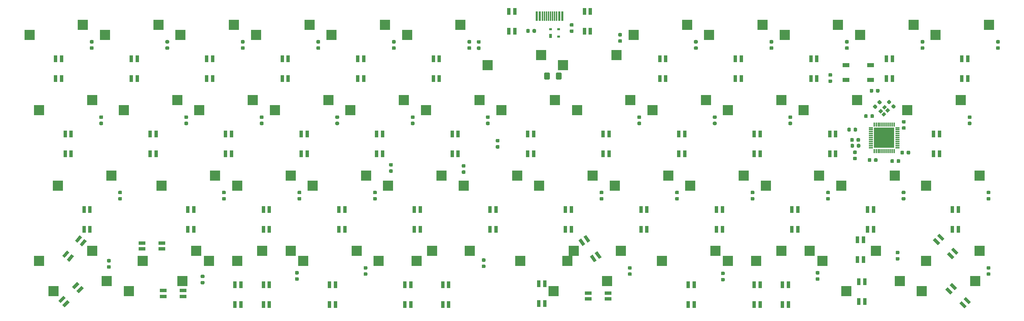
<source format=gbr>
G04 #@! TF.GenerationSoftware,KiCad,Pcbnew,(5.99.0-2043-g129c16cf7)*
G04 #@! TF.CreationDate,2020-07-05T22:33:02+02:00*
G04 #@! TF.ProjectId,CC45,43433435-2e6b-4696-9361-645f70636258,rev?*
G04 #@! TF.SameCoordinates,Original*
G04 #@! TF.FileFunction,Paste,Bot*
G04 #@! TF.FilePolarity,Positive*
%FSLAX46Y46*%
G04 Gerber Fmt 4.6, Leading zero omitted, Abs format (unit mm)*
G04 Created by KiCad (PCBNEW (5.99.0-2043-g129c16cf7)) date 2020-07-05 22:33:02*
%MOMM*%
%LPD*%
G01*
G04 APERTURE LIST*
%ADD10R,2.550000X2.500000*%
%ADD11R,1.800000X0.820000*%
%ADD12R,5.080000X5.080000*%
%ADD13R,1.000000X0.300000*%
%ADD14R,0.300000X1.000000*%
%ADD15R,0.820000X1.800000*%
%ADD16R,0.700000X0.600000*%
%ADD17R,0.700000X1.000000*%
%ADD18R,0.300000X2.450000*%
%ADD19R,0.600000X2.450000*%
%ADD20R,1.800000X1.100000*%
G04 APERTURE END LIST*
G36*
G01*
X41818750Y-32900000D02*
X41306250Y-32900000D01*
G75*
G02*
X41087500Y-32681250I0J218750D01*
G01*
X41087500Y-32243750D01*
G75*
G02*
X41306250Y-32025000I218750J0D01*
G01*
X41818750Y-32025000D01*
G75*
G02*
X42037500Y-32243750I0J-218750D01*
G01*
X42037500Y-32681250D01*
G75*
G02*
X41818750Y-32900000I-218750J0D01*
G01*
G37*
G36*
G01*
X41818750Y-34475000D02*
X41306250Y-34475000D01*
G75*
G02*
X41087500Y-34256250I0J218750D01*
G01*
X41087500Y-33818750D01*
G75*
G02*
X41306250Y-33600000I218750J0D01*
G01*
X41818750Y-33600000D01*
G75*
G02*
X42037500Y-33818750I0J-218750D01*
G01*
X42037500Y-34256250D01*
G75*
G02*
X41818750Y-34475000I-218750J0D01*
G01*
G37*
G36*
G01*
X60818750Y-32900000D02*
X60306250Y-32900000D01*
G75*
G02*
X60087500Y-32681250I0J218750D01*
G01*
X60087500Y-32243750D01*
G75*
G02*
X60306250Y-32025000I218750J0D01*
G01*
X60818750Y-32025000D01*
G75*
G02*
X61037500Y-32243750I0J-218750D01*
G01*
X61037500Y-32681250D01*
G75*
G02*
X60818750Y-32900000I-218750J0D01*
G01*
G37*
G36*
G01*
X60818750Y-34475000D02*
X60306250Y-34475000D01*
G75*
G02*
X60087500Y-34256250I0J218750D01*
G01*
X60087500Y-33818750D01*
G75*
G02*
X60306250Y-33600000I218750J0D01*
G01*
X60818750Y-33600000D01*
G75*
G02*
X61037500Y-33818750I0J-218750D01*
G01*
X61037500Y-34256250D01*
G75*
G02*
X60818750Y-34475000I-218750J0D01*
G01*
G37*
G36*
G01*
X79818750Y-32900000D02*
X79306250Y-32900000D01*
G75*
G02*
X79087500Y-32681250I0J218750D01*
G01*
X79087500Y-32243750D01*
G75*
G02*
X79306250Y-32025000I218750J0D01*
G01*
X79818750Y-32025000D01*
G75*
G02*
X80037500Y-32243750I0J-218750D01*
G01*
X80037500Y-32681250D01*
G75*
G02*
X79818750Y-32900000I-218750J0D01*
G01*
G37*
G36*
G01*
X79818750Y-34475000D02*
X79306250Y-34475000D01*
G75*
G02*
X79087500Y-34256250I0J218750D01*
G01*
X79087500Y-33818750D01*
G75*
G02*
X79306250Y-33600000I218750J0D01*
G01*
X79818750Y-33600000D01*
G75*
G02*
X80037500Y-33818750I0J-218750D01*
G01*
X80037500Y-34256250D01*
G75*
G02*
X79818750Y-34475000I-218750J0D01*
G01*
G37*
G36*
G01*
X98818750Y-32900000D02*
X98306250Y-32900000D01*
G75*
G02*
X98087500Y-32681250I0J218750D01*
G01*
X98087500Y-32243750D01*
G75*
G02*
X98306250Y-32025000I218750J0D01*
G01*
X98818750Y-32025000D01*
G75*
G02*
X99037500Y-32243750I0J-218750D01*
G01*
X99037500Y-32681250D01*
G75*
G02*
X98818750Y-32900000I-218750J0D01*
G01*
G37*
G36*
G01*
X98818750Y-34475000D02*
X98306250Y-34475000D01*
G75*
G02*
X98087500Y-34256250I0J218750D01*
G01*
X98087500Y-33818750D01*
G75*
G02*
X98306250Y-33600000I218750J0D01*
G01*
X98818750Y-33600000D01*
G75*
G02*
X99037500Y-33818750I0J-218750D01*
G01*
X99037500Y-34256250D01*
G75*
G02*
X98818750Y-34475000I-218750J0D01*
G01*
G37*
G36*
G01*
X117818750Y-32900000D02*
X117306250Y-32900000D01*
G75*
G02*
X117087500Y-32681250I0J218750D01*
G01*
X117087500Y-32243750D01*
G75*
G02*
X117306250Y-32025000I218750J0D01*
G01*
X117818750Y-32025000D01*
G75*
G02*
X118037500Y-32243750I0J-218750D01*
G01*
X118037500Y-32681250D01*
G75*
G02*
X117818750Y-32900000I-218750J0D01*
G01*
G37*
G36*
G01*
X117818750Y-34475000D02*
X117306250Y-34475000D01*
G75*
G02*
X117087500Y-34256250I0J218750D01*
G01*
X117087500Y-33818750D01*
G75*
G02*
X117306250Y-33600000I218750J0D01*
G01*
X117818750Y-33600000D01*
G75*
G02*
X118037500Y-33818750I0J-218750D01*
G01*
X118037500Y-34256250D01*
G75*
G02*
X117818750Y-34475000I-218750J0D01*
G01*
G37*
G36*
G01*
X136818750Y-32900000D02*
X136306250Y-32900000D01*
G75*
G02*
X136087500Y-32681250I0J218750D01*
G01*
X136087500Y-32243750D01*
G75*
G02*
X136306250Y-32025000I218750J0D01*
G01*
X136818750Y-32025000D01*
G75*
G02*
X137037500Y-32243750I0J-218750D01*
G01*
X137037500Y-32681250D01*
G75*
G02*
X136818750Y-32900000I-218750J0D01*
G01*
G37*
G36*
G01*
X136818750Y-34475000D02*
X136306250Y-34475000D01*
G75*
G02*
X136087500Y-34256250I0J218750D01*
G01*
X136087500Y-33818750D01*
G75*
G02*
X136306250Y-33600000I218750J0D01*
G01*
X136818750Y-33600000D01*
G75*
G02*
X137037500Y-33818750I0J-218750D01*
G01*
X137037500Y-34256250D01*
G75*
G02*
X136818750Y-34475000I-218750J0D01*
G01*
G37*
G36*
G01*
X139194250Y-32924000D02*
X138681750Y-32924000D01*
G75*
G02*
X138463000Y-32705250I0J218750D01*
G01*
X138463000Y-32267750D01*
G75*
G02*
X138681750Y-32049000I218750J0D01*
G01*
X139194250Y-32049000D01*
G75*
G02*
X139413000Y-32267750I0J-218750D01*
G01*
X139413000Y-32705250D01*
G75*
G02*
X139194250Y-32924000I-218750J0D01*
G01*
G37*
G36*
G01*
X139194250Y-34499000D02*
X138681750Y-34499000D01*
G75*
G02*
X138463000Y-34280250I0J218750D01*
G01*
X138463000Y-33842750D01*
G75*
G02*
X138681750Y-33624000I218750J0D01*
G01*
X139194250Y-33624000D01*
G75*
G02*
X139413000Y-33842750I0J-218750D01*
G01*
X139413000Y-34280250D01*
G75*
G02*
X139194250Y-34499000I-218750J0D01*
G01*
G37*
G36*
G01*
X174754250Y-31126000D02*
X174241750Y-31126000D01*
G75*
G02*
X174023000Y-30907250I0J218750D01*
G01*
X174023000Y-30469750D01*
G75*
G02*
X174241750Y-30251000I218750J0D01*
G01*
X174754250Y-30251000D01*
G75*
G02*
X174973000Y-30469750I0J-218750D01*
G01*
X174973000Y-30907250D01*
G75*
G02*
X174754250Y-31126000I-218750J0D01*
G01*
G37*
G36*
G01*
X174754250Y-32701000D02*
X174241750Y-32701000D01*
G75*
G02*
X174023000Y-32482250I0J218750D01*
G01*
X174023000Y-32044750D01*
G75*
G02*
X174241750Y-31826000I218750J0D01*
G01*
X174754250Y-31826000D01*
G75*
G02*
X174973000Y-32044750I0J-218750D01*
G01*
X174973000Y-32482250D01*
G75*
G02*
X174754250Y-32701000I-218750J0D01*
G01*
G37*
G36*
G01*
X193818750Y-32900000D02*
X193306250Y-32900000D01*
G75*
G02*
X193087500Y-32681250I0J218750D01*
G01*
X193087500Y-32243750D01*
G75*
G02*
X193306250Y-32025000I218750J0D01*
G01*
X193818750Y-32025000D01*
G75*
G02*
X194037500Y-32243750I0J-218750D01*
G01*
X194037500Y-32681250D01*
G75*
G02*
X193818750Y-32900000I-218750J0D01*
G01*
G37*
G36*
G01*
X193818750Y-34475000D02*
X193306250Y-34475000D01*
G75*
G02*
X193087500Y-34256250I0J218750D01*
G01*
X193087500Y-33818750D01*
G75*
G02*
X193306250Y-33600000I218750J0D01*
G01*
X193818750Y-33600000D01*
G75*
G02*
X194037500Y-33818750I0J-218750D01*
G01*
X194037500Y-34256250D01*
G75*
G02*
X193818750Y-34475000I-218750J0D01*
G01*
G37*
G36*
G01*
X212818750Y-32900000D02*
X212306250Y-32900000D01*
G75*
G02*
X212087500Y-32681250I0J218750D01*
G01*
X212087500Y-32243750D01*
G75*
G02*
X212306250Y-32025000I218750J0D01*
G01*
X212818750Y-32025000D01*
G75*
G02*
X213037500Y-32243750I0J-218750D01*
G01*
X213037500Y-32681250D01*
G75*
G02*
X212818750Y-32900000I-218750J0D01*
G01*
G37*
G36*
G01*
X212818750Y-34475000D02*
X212306250Y-34475000D01*
G75*
G02*
X212087500Y-34256250I0J218750D01*
G01*
X212087500Y-33818750D01*
G75*
G02*
X212306250Y-33600000I218750J0D01*
G01*
X212818750Y-33600000D01*
G75*
G02*
X213037500Y-33818750I0J-218750D01*
G01*
X213037500Y-34256250D01*
G75*
G02*
X212818750Y-34475000I-218750J0D01*
G01*
G37*
G36*
G01*
X231818750Y-32900000D02*
X231306250Y-32900000D01*
G75*
G02*
X231087500Y-32681250I0J218750D01*
G01*
X231087500Y-32243750D01*
G75*
G02*
X231306250Y-32025000I218750J0D01*
G01*
X231818750Y-32025000D01*
G75*
G02*
X232037500Y-32243750I0J-218750D01*
G01*
X232037500Y-32681250D01*
G75*
G02*
X231818750Y-32900000I-218750J0D01*
G01*
G37*
G36*
G01*
X231818750Y-34475000D02*
X231306250Y-34475000D01*
G75*
G02*
X231087500Y-34256250I0J218750D01*
G01*
X231087500Y-33818750D01*
G75*
G02*
X231306250Y-33600000I218750J0D01*
G01*
X231818750Y-33600000D01*
G75*
G02*
X232037500Y-33818750I0J-218750D01*
G01*
X232037500Y-34256250D01*
G75*
G02*
X231818750Y-34475000I-218750J0D01*
G01*
G37*
G36*
G01*
X250818750Y-32900000D02*
X250306250Y-32900000D01*
G75*
G02*
X250087500Y-32681250I0J218750D01*
G01*
X250087500Y-32243750D01*
G75*
G02*
X250306250Y-32025000I218750J0D01*
G01*
X250818750Y-32025000D01*
G75*
G02*
X251037500Y-32243750I0J-218750D01*
G01*
X251037500Y-32681250D01*
G75*
G02*
X250818750Y-32900000I-218750J0D01*
G01*
G37*
G36*
G01*
X250818750Y-34475000D02*
X250306250Y-34475000D01*
G75*
G02*
X250087500Y-34256250I0J218750D01*
G01*
X250087500Y-33818750D01*
G75*
G02*
X250306250Y-33600000I218750J0D01*
G01*
X250818750Y-33600000D01*
G75*
G02*
X251037500Y-33818750I0J-218750D01*
G01*
X251037500Y-34256250D01*
G75*
G02*
X250818750Y-34475000I-218750J0D01*
G01*
G37*
G36*
G01*
X269818750Y-32900000D02*
X269306250Y-32900000D01*
G75*
G02*
X269087500Y-32681250I0J218750D01*
G01*
X269087500Y-32243750D01*
G75*
G02*
X269306250Y-32025000I218750J0D01*
G01*
X269818750Y-32025000D01*
G75*
G02*
X270037500Y-32243750I0J-218750D01*
G01*
X270037500Y-32681250D01*
G75*
G02*
X269818750Y-32900000I-218750J0D01*
G01*
G37*
G36*
G01*
X269818750Y-34475000D02*
X269306250Y-34475000D01*
G75*
G02*
X269087500Y-34256250I0J218750D01*
G01*
X269087500Y-33818750D01*
G75*
G02*
X269306250Y-33600000I218750J0D01*
G01*
X269818750Y-33600000D01*
G75*
G02*
X270037500Y-33818750I0J-218750D01*
G01*
X270037500Y-34256250D01*
G75*
G02*
X269818750Y-34475000I-218750J0D01*
G01*
G37*
G36*
G01*
X44193750Y-51900000D02*
X43681250Y-51900000D01*
G75*
G02*
X43462500Y-51681250I0J218750D01*
G01*
X43462500Y-51243750D01*
G75*
G02*
X43681250Y-51025000I218750J0D01*
G01*
X44193750Y-51025000D01*
G75*
G02*
X44412500Y-51243750I0J-218750D01*
G01*
X44412500Y-51681250D01*
G75*
G02*
X44193750Y-51900000I-218750J0D01*
G01*
G37*
G36*
G01*
X44193750Y-53475000D02*
X43681250Y-53475000D01*
G75*
G02*
X43462500Y-53256250I0J218750D01*
G01*
X43462500Y-52818750D01*
G75*
G02*
X43681250Y-52600000I218750J0D01*
G01*
X44193750Y-52600000D01*
G75*
G02*
X44412500Y-52818750I0J-218750D01*
G01*
X44412500Y-53256250D01*
G75*
G02*
X44193750Y-53475000I-218750J0D01*
G01*
G37*
G36*
G01*
X65568750Y-51900000D02*
X65056250Y-51900000D01*
G75*
G02*
X64837500Y-51681250I0J218750D01*
G01*
X64837500Y-51243750D01*
G75*
G02*
X65056250Y-51025000I218750J0D01*
G01*
X65568750Y-51025000D01*
G75*
G02*
X65787500Y-51243750I0J-218750D01*
G01*
X65787500Y-51681250D01*
G75*
G02*
X65568750Y-51900000I-218750J0D01*
G01*
G37*
G36*
G01*
X65568750Y-53475000D02*
X65056250Y-53475000D01*
G75*
G02*
X64837500Y-53256250I0J218750D01*
G01*
X64837500Y-52818750D01*
G75*
G02*
X65056250Y-52600000I218750J0D01*
G01*
X65568750Y-52600000D01*
G75*
G02*
X65787500Y-52818750I0J-218750D01*
G01*
X65787500Y-53256250D01*
G75*
G02*
X65568750Y-53475000I-218750J0D01*
G01*
G37*
G36*
G01*
X84568750Y-51900000D02*
X84056250Y-51900000D01*
G75*
G02*
X83837500Y-51681250I0J218750D01*
G01*
X83837500Y-51243750D01*
G75*
G02*
X84056250Y-51025000I218750J0D01*
G01*
X84568750Y-51025000D01*
G75*
G02*
X84787500Y-51243750I0J-218750D01*
G01*
X84787500Y-51681250D01*
G75*
G02*
X84568750Y-51900000I-218750J0D01*
G01*
G37*
G36*
G01*
X84568750Y-53475000D02*
X84056250Y-53475000D01*
G75*
G02*
X83837500Y-53256250I0J218750D01*
G01*
X83837500Y-52818750D01*
G75*
G02*
X84056250Y-52600000I218750J0D01*
G01*
X84568750Y-52600000D01*
G75*
G02*
X84787500Y-52818750I0J-218750D01*
G01*
X84787500Y-53256250D01*
G75*
G02*
X84568750Y-53475000I-218750J0D01*
G01*
G37*
G36*
G01*
X103568750Y-51900000D02*
X103056250Y-51900000D01*
G75*
G02*
X102837500Y-51681250I0J218750D01*
G01*
X102837500Y-51243750D01*
G75*
G02*
X103056250Y-51025000I218750J0D01*
G01*
X103568750Y-51025000D01*
G75*
G02*
X103787500Y-51243750I0J-218750D01*
G01*
X103787500Y-51681250D01*
G75*
G02*
X103568750Y-51900000I-218750J0D01*
G01*
G37*
G36*
G01*
X103568750Y-53475000D02*
X103056250Y-53475000D01*
G75*
G02*
X102837500Y-53256250I0J218750D01*
G01*
X102837500Y-52818750D01*
G75*
G02*
X103056250Y-52600000I218750J0D01*
G01*
X103568750Y-52600000D01*
G75*
G02*
X103787500Y-52818750I0J-218750D01*
G01*
X103787500Y-53256250D01*
G75*
G02*
X103568750Y-53475000I-218750J0D01*
G01*
G37*
G36*
G01*
X122568750Y-51900000D02*
X122056250Y-51900000D01*
G75*
G02*
X121837500Y-51681250I0J218750D01*
G01*
X121837500Y-51243750D01*
G75*
G02*
X122056250Y-51025000I218750J0D01*
G01*
X122568750Y-51025000D01*
G75*
G02*
X122787500Y-51243750I0J-218750D01*
G01*
X122787500Y-51681250D01*
G75*
G02*
X122568750Y-51900000I-218750J0D01*
G01*
G37*
G36*
G01*
X122568750Y-53475000D02*
X122056250Y-53475000D01*
G75*
G02*
X121837500Y-53256250I0J218750D01*
G01*
X121837500Y-52818750D01*
G75*
G02*
X122056250Y-52600000I218750J0D01*
G01*
X122568750Y-52600000D01*
G75*
G02*
X122787500Y-52818750I0J-218750D01*
G01*
X122787500Y-53256250D01*
G75*
G02*
X122568750Y-53475000I-218750J0D01*
G01*
G37*
G36*
G01*
X141480250Y-51900000D02*
X140967750Y-51900000D01*
G75*
G02*
X140749000Y-51681250I0J218750D01*
G01*
X140749000Y-51243750D01*
G75*
G02*
X140967750Y-51025000I218750J0D01*
G01*
X141480250Y-51025000D01*
G75*
G02*
X141699000Y-51243750I0J-218750D01*
G01*
X141699000Y-51681250D01*
G75*
G02*
X141480250Y-51900000I-218750J0D01*
G01*
G37*
G36*
G01*
X141480250Y-53475000D02*
X140967750Y-53475000D01*
G75*
G02*
X140749000Y-53256250I0J218750D01*
G01*
X140749000Y-52818750D01*
G75*
G02*
X140967750Y-52600000I218750J0D01*
G01*
X141480250Y-52600000D01*
G75*
G02*
X141699000Y-52818750I0J-218750D01*
G01*
X141699000Y-53256250D01*
G75*
G02*
X141480250Y-53475000I-218750J0D01*
G01*
G37*
G36*
G01*
X143943750Y-57816000D02*
X143431250Y-57816000D01*
G75*
G02*
X143212500Y-57597250I0J218750D01*
G01*
X143212500Y-57159750D01*
G75*
G02*
X143431250Y-56941000I218750J0D01*
G01*
X143943750Y-56941000D01*
G75*
G02*
X144162500Y-57159750I0J-218750D01*
G01*
X144162500Y-57597250D01*
G75*
G02*
X143943750Y-57816000I-218750J0D01*
G01*
G37*
G36*
G01*
X143943750Y-59391000D02*
X143431250Y-59391000D01*
G75*
G02*
X143212500Y-59172250I0J218750D01*
G01*
X143212500Y-58734750D01*
G75*
G02*
X143431250Y-58516000I218750J0D01*
G01*
X143943750Y-58516000D01*
G75*
G02*
X144162500Y-58734750I0J-218750D01*
G01*
X144162500Y-59172250D01*
G75*
G02*
X143943750Y-59391000I-218750J0D01*
G01*
G37*
G36*
G01*
X179568750Y-51900000D02*
X179056250Y-51900000D01*
G75*
G02*
X178837500Y-51681250I0J218750D01*
G01*
X178837500Y-51243750D01*
G75*
G02*
X179056250Y-51025000I218750J0D01*
G01*
X179568750Y-51025000D01*
G75*
G02*
X179787500Y-51243750I0J-218750D01*
G01*
X179787500Y-51681250D01*
G75*
G02*
X179568750Y-51900000I-218750J0D01*
G01*
G37*
G36*
G01*
X179568750Y-53475000D02*
X179056250Y-53475000D01*
G75*
G02*
X178837500Y-53256250I0J218750D01*
G01*
X178837500Y-52818750D01*
G75*
G02*
X179056250Y-52600000I218750J0D01*
G01*
X179568750Y-52600000D01*
G75*
G02*
X179787500Y-52818750I0J-218750D01*
G01*
X179787500Y-53256250D01*
G75*
G02*
X179568750Y-53475000I-218750J0D01*
G01*
G37*
G36*
G01*
X198568750Y-51900000D02*
X198056250Y-51900000D01*
G75*
G02*
X197837500Y-51681250I0J218750D01*
G01*
X197837500Y-51243750D01*
G75*
G02*
X198056250Y-51025000I218750J0D01*
G01*
X198568750Y-51025000D01*
G75*
G02*
X198787500Y-51243750I0J-218750D01*
G01*
X198787500Y-51681250D01*
G75*
G02*
X198568750Y-51900000I-218750J0D01*
G01*
G37*
G36*
G01*
X198568750Y-53475000D02*
X198056250Y-53475000D01*
G75*
G02*
X197837500Y-53256250I0J218750D01*
G01*
X197837500Y-52818750D01*
G75*
G02*
X198056250Y-52600000I218750J0D01*
G01*
X198568750Y-52600000D01*
G75*
G02*
X198787500Y-52818750I0J-218750D01*
G01*
X198787500Y-53256250D01*
G75*
G02*
X198568750Y-53475000I-218750J0D01*
G01*
G37*
G36*
G01*
X217568750Y-51900000D02*
X217056250Y-51900000D01*
G75*
G02*
X216837500Y-51681250I0J218750D01*
G01*
X216837500Y-51243750D01*
G75*
G02*
X217056250Y-51025000I218750J0D01*
G01*
X217568750Y-51025000D01*
G75*
G02*
X217787500Y-51243750I0J-218750D01*
G01*
X217787500Y-51681250D01*
G75*
G02*
X217568750Y-51900000I-218750J0D01*
G01*
G37*
G36*
G01*
X217568750Y-53475000D02*
X217056250Y-53475000D01*
G75*
G02*
X216837500Y-53256250I0J218750D01*
G01*
X216837500Y-52818750D01*
G75*
G02*
X217056250Y-52600000I218750J0D01*
G01*
X217568750Y-52600000D01*
G75*
G02*
X217787500Y-52818750I0J-218750D01*
G01*
X217787500Y-53256250D01*
G75*
G02*
X217568750Y-53475000I-218750J0D01*
G01*
G37*
G36*
G01*
X227637050Y-41255200D02*
X227124550Y-41255200D01*
G75*
G02*
X226905800Y-41036450I0J218750D01*
G01*
X226905800Y-40598950D01*
G75*
G02*
X227124550Y-40380200I218750J0D01*
G01*
X227637050Y-40380200D01*
G75*
G02*
X227855800Y-40598950I0J-218750D01*
G01*
X227855800Y-41036450D01*
G75*
G02*
X227637050Y-41255200I-218750J0D01*
G01*
G37*
G36*
G01*
X227637050Y-42830200D02*
X227124550Y-42830200D01*
G75*
G02*
X226905800Y-42611450I0J218750D01*
G01*
X226905800Y-42173950D01*
G75*
G02*
X227124550Y-41955200I218750J0D01*
G01*
X227637050Y-41955200D01*
G75*
G02*
X227855800Y-42173950I0J-218750D01*
G01*
X227855800Y-42611450D01*
G75*
G02*
X227637050Y-42830200I-218750J0D01*
G01*
G37*
G36*
G01*
X262693750Y-51900000D02*
X262181250Y-51900000D01*
G75*
G02*
X261962500Y-51681250I0J218750D01*
G01*
X261962500Y-51243750D01*
G75*
G02*
X262181250Y-51025000I218750J0D01*
G01*
X262693750Y-51025000D01*
G75*
G02*
X262912500Y-51243750I0J-218750D01*
G01*
X262912500Y-51681250D01*
G75*
G02*
X262693750Y-51900000I-218750J0D01*
G01*
G37*
G36*
G01*
X262693750Y-53475000D02*
X262181250Y-53475000D01*
G75*
G02*
X261962500Y-53256250I0J218750D01*
G01*
X261962500Y-52818750D01*
G75*
G02*
X262181250Y-52600000I218750J0D01*
G01*
X262693750Y-52600000D01*
G75*
G02*
X262912500Y-52818750I0J-218750D01*
G01*
X262912500Y-53256250D01*
G75*
G02*
X262693750Y-53475000I-218750J0D01*
G01*
G37*
G36*
G01*
X48943750Y-70900000D02*
X48431250Y-70900000D01*
G75*
G02*
X48212500Y-70681250I0J218750D01*
G01*
X48212500Y-70243750D01*
G75*
G02*
X48431250Y-70025000I218750J0D01*
G01*
X48943750Y-70025000D01*
G75*
G02*
X49162500Y-70243750I0J-218750D01*
G01*
X49162500Y-70681250D01*
G75*
G02*
X48943750Y-70900000I-218750J0D01*
G01*
G37*
G36*
G01*
X48943750Y-72475000D02*
X48431250Y-72475000D01*
G75*
G02*
X48212500Y-72256250I0J218750D01*
G01*
X48212500Y-71818750D01*
G75*
G02*
X48431250Y-71600000I218750J0D01*
G01*
X48943750Y-71600000D01*
G75*
G02*
X49162500Y-71818750I0J-218750D01*
G01*
X49162500Y-72256250D01*
G75*
G02*
X48943750Y-72475000I-218750J0D01*
G01*
G37*
G36*
G01*
X75068750Y-70900000D02*
X74556250Y-70900000D01*
G75*
G02*
X74337500Y-70681250I0J218750D01*
G01*
X74337500Y-70243750D01*
G75*
G02*
X74556250Y-70025000I218750J0D01*
G01*
X75068750Y-70025000D01*
G75*
G02*
X75287500Y-70243750I0J-218750D01*
G01*
X75287500Y-70681250D01*
G75*
G02*
X75068750Y-70900000I-218750J0D01*
G01*
G37*
G36*
G01*
X75068750Y-72475000D02*
X74556250Y-72475000D01*
G75*
G02*
X74337500Y-72256250I0J218750D01*
G01*
X74337500Y-71818750D01*
G75*
G02*
X74556250Y-71600000I218750J0D01*
G01*
X75068750Y-71600000D01*
G75*
G02*
X75287500Y-71818750I0J-218750D01*
G01*
X75287500Y-72256250D01*
G75*
G02*
X75068750Y-72475000I-218750J0D01*
G01*
G37*
G36*
G01*
X94068750Y-70900000D02*
X93556250Y-70900000D01*
G75*
G02*
X93337500Y-70681250I0J218750D01*
G01*
X93337500Y-70243750D01*
G75*
G02*
X93556250Y-70025000I218750J0D01*
G01*
X94068750Y-70025000D01*
G75*
G02*
X94287500Y-70243750I0J-218750D01*
G01*
X94287500Y-70681250D01*
G75*
G02*
X94068750Y-70900000I-218750J0D01*
G01*
G37*
G36*
G01*
X94068750Y-72475000D02*
X93556250Y-72475000D01*
G75*
G02*
X93337500Y-72256250I0J218750D01*
G01*
X93337500Y-71818750D01*
G75*
G02*
X93556250Y-71600000I218750J0D01*
G01*
X94068750Y-71600000D01*
G75*
G02*
X94287500Y-71818750I0J-218750D01*
G01*
X94287500Y-72256250D01*
G75*
G02*
X94068750Y-72475000I-218750J0D01*
G01*
G37*
G36*
G01*
X113068750Y-70900000D02*
X112556250Y-70900000D01*
G75*
G02*
X112337500Y-70681250I0J218750D01*
G01*
X112337500Y-70243750D01*
G75*
G02*
X112556250Y-70025000I218750J0D01*
G01*
X113068750Y-70025000D01*
G75*
G02*
X113287500Y-70243750I0J-218750D01*
G01*
X113287500Y-70681250D01*
G75*
G02*
X113068750Y-70900000I-218750J0D01*
G01*
G37*
G36*
G01*
X113068750Y-72475000D02*
X112556250Y-72475000D01*
G75*
G02*
X112337500Y-72256250I0J218750D01*
G01*
X112337500Y-71818750D01*
G75*
G02*
X112556250Y-71600000I218750J0D01*
G01*
X113068750Y-71600000D01*
G75*
G02*
X113287500Y-71818750I0J-218750D01*
G01*
X113287500Y-72256250D01*
G75*
G02*
X113068750Y-72475000I-218750J0D01*
G01*
G37*
G36*
G01*
X116583750Y-64612000D02*
X117096250Y-64612000D01*
G75*
G02*
X117315000Y-64830750I0J-218750D01*
G01*
X117315000Y-65268250D01*
G75*
G02*
X117096250Y-65487000I-218750J0D01*
G01*
X116583750Y-65487000D01*
G75*
G02*
X116365000Y-65268250I0J218750D01*
G01*
X116365000Y-64830750D01*
G75*
G02*
X116583750Y-64612000I218750J0D01*
G01*
G37*
G36*
G01*
X116583750Y-63037000D02*
X117096250Y-63037000D01*
G75*
G02*
X117315000Y-63255750I0J-218750D01*
G01*
X117315000Y-63693250D01*
G75*
G02*
X117096250Y-63912000I-218750J0D01*
G01*
X116583750Y-63912000D01*
G75*
G02*
X116365000Y-63693250I0J218750D01*
G01*
X116365000Y-63255750D01*
G75*
G02*
X116583750Y-63037000I218750J0D01*
G01*
G37*
G36*
G01*
X134871750Y-64886000D02*
X135384250Y-64886000D01*
G75*
G02*
X135603000Y-65104750I0J-218750D01*
G01*
X135603000Y-65542250D01*
G75*
G02*
X135384250Y-65761000I-218750J0D01*
G01*
X134871750Y-65761000D01*
G75*
G02*
X134653000Y-65542250I0J218750D01*
G01*
X134653000Y-65104750D01*
G75*
G02*
X134871750Y-64886000I218750J0D01*
G01*
G37*
G36*
G01*
X134871750Y-63311000D02*
X135384250Y-63311000D01*
G75*
G02*
X135603000Y-63529750I0J-218750D01*
G01*
X135603000Y-63967250D01*
G75*
G02*
X135384250Y-64186000I-218750J0D01*
G01*
X134871750Y-64186000D01*
G75*
G02*
X134653000Y-63967250I0J218750D01*
G01*
X134653000Y-63529750D01*
G75*
G02*
X134871750Y-63311000I218750J0D01*
G01*
G37*
G36*
G01*
X170068750Y-70900000D02*
X169556250Y-70900000D01*
G75*
G02*
X169337500Y-70681250I0J218750D01*
G01*
X169337500Y-70243750D01*
G75*
G02*
X169556250Y-70025000I218750J0D01*
G01*
X170068750Y-70025000D01*
G75*
G02*
X170287500Y-70243750I0J-218750D01*
G01*
X170287500Y-70681250D01*
G75*
G02*
X170068750Y-70900000I-218750J0D01*
G01*
G37*
G36*
G01*
X170068750Y-72475000D02*
X169556250Y-72475000D01*
G75*
G02*
X169337500Y-72256250I0J218750D01*
G01*
X169337500Y-71818750D01*
G75*
G02*
X169556250Y-71600000I218750J0D01*
G01*
X170068750Y-71600000D01*
G75*
G02*
X170287500Y-71818750I0J-218750D01*
G01*
X170287500Y-72256250D01*
G75*
G02*
X170068750Y-72475000I-218750J0D01*
G01*
G37*
G36*
G01*
X189068750Y-70900000D02*
X188556250Y-70900000D01*
G75*
G02*
X188337500Y-70681250I0J218750D01*
G01*
X188337500Y-70243750D01*
G75*
G02*
X188556250Y-70025000I218750J0D01*
G01*
X189068750Y-70025000D01*
G75*
G02*
X189287500Y-70243750I0J-218750D01*
G01*
X189287500Y-70681250D01*
G75*
G02*
X189068750Y-70900000I-218750J0D01*
G01*
G37*
G36*
G01*
X189068750Y-72475000D02*
X188556250Y-72475000D01*
G75*
G02*
X188337500Y-72256250I0J218750D01*
G01*
X188337500Y-71818750D01*
G75*
G02*
X188556250Y-71600000I218750J0D01*
G01*
X189068750Y-71600000D01*
G75*
G02*
X189287500Y-71818750I0J-218750D01*
G01*
X189287500Y-72256250D01*
G75*
G02*
X189068750Y-72475000I-218750J0D01*
G01*
G37*
G36*
G01*
X208068750Y-70900000D02*
X207556250Y-70900000D01*
G75*
G02*
X207337500Y-70681250I0J218750D01*
G01*
X207337500Y-70243750D01*
G75*
G02*
X207556250Y-70025000I218750J0D01*
G01*
X208068750Y-70025000D01*
G75*
G02*
X208287500Y-70243750I0J-218750D01*
G01*
X208287500Y-70681250D01*
G75*
G02*
X208068750Y-70900000I-218750J0D01*
G01*
G37*
G36*
G01*
X208068750Y-72475000D02*
X207556250Y-72475000D01*
G75*
G02*
X207337500Y-72256250I0J218750D01*
G01*
X207337500Y-71818750D01*
G75*
G02*
X207556250Y-71600000I218750J0D01*
G01*
X208068750Y-71600000D01*
G75*
G02*
X208287500Y-71818750I0J-218750D01*
G01*
X208287500Y-72256250D01*
G75*
G02*
X208068750Y-72475000I-218750J0D01*
G01*
G37*
G36*
G01*
X227068750Y-70900000D02*
X226556250Y-70900000D01*
G75*
G02*
X226337500Y-70681250I0J218750D01*
G01*
X226337500Y-70243750D01*
G75*
G02*
X226556250Y-70025000I218750J0D01*
G01*
X227068750Y-70025000D01*
G75*
G02*
X227287500Y-70243750I0J-218750D01*
G01*
X227287500Y-70681250D01*
G75*
G02*
X227068750Y-70900000I-218750J0D01*
G01*
G37*
G36*
G01*
X227068750Y-72475000D02*
X226556250Y-72475000D01*
G75*
G02*
X226337500Y-72256250I0J218750D01*
G01*
X226337500Y-71818750D01*
G75*
G02*
X226556250Y-71600000I218750J0D01*
G01*
X227068750Y-71600000D01*
G75*
G02*
X227287500Y-71818750I0J-218750D01*
G01*
X227287500Y-72256250D01*
G75*
G02*
X227068750Y-72475000I-218750J0D01*
G01*
G37*
G36*
G01*
X246068750Y-70900000D02*
X245556250Y-70900000D01*
G75*
G02*
X245337500Y-70681250I0J218750D01*
G01*
X245337500Y-70243750D01*
G75*
G02*
X245556250Y-70025000I218750J0D01*
G01*
X246068750Y-70025000D01*
G75*
G02*
X246287500Y-70243750I0J-218750D01*
G01*
X246287500Y-70681250D01*
G75*
G02*
X246068750Y-70900000I-218750J0D01*
G01*
G37*
G36*
G01*
X246068750Y-72475000D02*
X245556250Y-72475000D01*
G75*
G02*
X245337500Y-72256250I0J218750D01*
G01*
X245337500Y-71818750D01*
G75*
G02*
X245556250Y-71600000I218750J0D01*
G01*
X246068750Y-71600000D01*
G75*
G02*
X246287500Y-71818750I0J-218750D01*
G01*
X246287500Y-72256250D01*
G75*
G02*
X246068750Y-72475000I-218750J0D01*
G01*
G37*
G36*
G01*
X267443750Y-70900000D02*
X266931250Y-70900000D01*
G75*
G02*
X266712500Y-70681250I0J218750D01*
G01*
X266712500Y-70243750D01*
G75*
G02*
X266931250Y-70025000I218750J0D01*
G01*
X267443750Y-70025000D01*
G75*
G02*
X267662500Y-70243750I0J-218750D01*
G01*
X267662500Y-70681250D01*
G75*
G02*
X267443750Y-70900000I-218750J0D01*
G01*
G37*
G36*
G01*
X267443750Y-72475000D02*
X266931250Y-72475000D01*
G75*
G02*
X266712500Y-72256250I0J218750D01*
G01*
X266712500Y-71818750D01*
G75*
G02*
X266931250Y-71600000I218750J0D01*
G01*
X267443750Y-71600000D01*
G75*
G02*
X267662500Y-71818750I0J-218750D01*
G01*
X267662500Y-72256250D01*
G75*
G02*
X267443750Y-72475000I-218750J0D01*
G01*
G37*
G36*
G01*
X46128650Y-88092800D02*
X45616150Y-88092800D01*
G75*
G02*
X45397400Y-87874050I0J218750D01*
G01*
X45397400Y-87436550D01*
G75*
G02*
X45616150Y-87217800I218750J0D01*
G01*
X46128650Y-87217800D01*
G75*
G02*
X46347400Y-87436550I0J-218750D01*
G01*
X46347400Y-87874050D01*
G75*
G02*
X46128650Y-88092800I-218750J0D01*
G01*
G37*
G36*
G01*
X46128650Y-89667800D02*
X45616150Y-89667800D01*
G75*
G02*
X45397400Y-89449050I0J218750D01*
G01*
X45397400Y-89011550D01*
G75*
G02*
X45616150Y-88792800I218750J0D01*
G01*
X46128650Y-88792800D01*
G75*
G02*
X46347400Y-89011550I0J-218750D01*
G01*
X46347400Y-89449050D01*
G75*
G02*
X46128650Y-89667800I-218750J0D01*
G01*
G37*
G36*
G01*
X69699850Y-92055200D02*
X69187350Y-92055200D01*
G75*
G02*
X68968600Y-91836450I0J218750D01*
G01*
X68968600Y-91398950D01*
G75*
G02*
X69187350Y-91180200I218750J0D01*
G01*
X69699850Y-91180200D01*
G75*
G02*
X69918600Y-91398950I0J-218750D01*
G01*
X69918600Y-91836450D01*
G75*
G02*
X69699850Y-92055200I-218750J0D01*
G01*
G37*
G36*
G01*
X69699850Y-93630200D02*
X69187350Y-93630200D01*
G75*
G02*
X68968600Y-93411450I0J218750D01*
G01*
X68968600Y-92973950D01*
G75*
G02*
X69187350Y-92755200I218750J0D01*
G01*
X69699850Y-92755200D01*
G75*
G02*
X69918600Y-92973950I0J-218750D01*
G01*
X69918600Y-93411450D01*
G75*
G02*
X69699850Y-93630200I-218750J0D01*
G01*
G37*
G36*
G01*
X93423450Y-91140800D02*
X92910950Y-91140800D01*
G75*
G02*
X92692200Y-90922050I0J218750D01*
G01*
X92692200Y-90484550D01*
G75*
G02*
X92910950Y-90265800I218750J0D01*
G01*
X93423450Y-90265800D01*
G75*
G02*
X93642200Y-90484550I0J-218750D01*
G01*
X93642200Y-90922050D01*
G75*
G02*
X93423450Y-91140800I-218750J0D01*
G01*
G37*
G36*
G01*
X93423450Y-92715800D02*
X92910950Y-92715800D01*
G75*
G02*
X92692200Y-92497050I0J218750D01*
G01*
X92692200Y-92059550D01*
G75*
G02*
X92910950Y-91840800I218750J0D01*
G01*
X93423450Y-91840800D01*
G75*
G02*
X93642200Y-92059550I0J-218750D01*
G01*
X93642200Y-92497050D01*
G75*
G02*
X93423450Y-92715800I-218750J0D01*
G01*
G37*
G36*
G01*
X110693750Y-89900000D02*
X110181250Y-89900000D01*
G75*
G02*
X109962500Y-89681250I0J218750D01*
G01*
X109962500Y-89243750D01*
G75*
G02*
X110181250Y-89025000I218750J0D01*
G01*
X110693750Y-89025000D01*
G75*
G02*
X110912500Y-89243750I0J-218750D01*
G01*
X110912500Y-89681250D01*
G75*
G02*
X110693750Y-89900000I-218750J0D01*
G01*
G37*
G36*
G01*
X110693750Y-91475000D02*
X110181250Y-91475000D01*
G75*
G02*
X109962500Y-91256250I0J218750D01*
G01*
X109962500Y-90818750D01*
G75*
G02*
X110181250Y-90600000I218750J0D01*
G01*
X110693750Y-90600000D01*
G75*
G02*
X110912500Y-90818750I0J-218750D01*
G01*
X110912500Y-91256250D01*
G75*
G02*
X110693750Y-91475000I-218750J0D01*
G01*
G37*
G36*
G01*
X140413450Y-87940400D02*
X139900950Y-87940400D01*
G75*
G02*
X139682200Y-87721650I0J218750D01*
G01*
X139682200Y-87284150D01*
G75*
G02*
X139900950Y-87065400I218750J0D01*
G01*
X140413450Y-87065400D01*
G75*
G02*
X140632200Y-87284150I0J-218750D01*
G01*
X140632200Y-87721650D01*
G75*
G02*
X140413450Y-87940400I-218750J0D01*
G01*
G37*
G36*
G01*
X140413450Y-89515400D02*
X139900950Y-89515400D01*
G75*
G02*
X139682200Y-89296650I0J218750D01*
G01*
X139682200Y-88859150D01*
G75*
G02*
X139900950Y-88640400I218750J0D01*
G01*
X140413450Y-88640400D01*
G75*
G02*
X140632200Y-88859150I0J-218750D01*
G01*
X140632200Y-89296650D01*
G75*
G02*
X140413450Y-89515400I-218750J0D01*
G01*
G37*
G36*
G01*
X177193750Y-89900000D02*
X176681250Y-89900000D01*
G75*
G02*
X176462500Y-89681250I0J218750D01*
G01*
X176462500Y-89243750D01*
G75*
G02*
X176681250Y-89025000I218750J0D01*
G01*
X177193750Y-89025000D01*
G75*
G02*
X177412500Y-89243750I0J-218750D01*
G01*
X177412500Y-89681250D01*
G75*
G02*
X177193750Y-89900000I-218750J0D01*
G01*
G37*
G36*
G01*
X177193750Y-91475000D02*
X176681250Y-91475000D01*
G75*
G02*
X176462500Y-91256250I0J218750D01*
G01*
X176462500Y-90818750D01*
G75*
G02*
X176681250Y-90600000I218750J0D01*
G01*
X177193750Y-90600000D01*
G75*
G02*
X177412500Y-90818750I0J-218750D01*
G01*
X177412500Y-91256250D01*
G75*
G02*
X177193750Y-91475000I-218750J0D01*
G01*
G37*
G36*
G01*
X200611936Y-91299997D02*
X200099436Y-91299997D01*
G75*
G02*
X199880686Y-91081247I0J218750D01*
G01*
X199880686Y-90643747D01*
G75*
G02*
X200099436Y-90424997I218750J0D01*
G01*
X200611936Y-90424997D01*
G75*
G02*
X200830686Y-90643747I0J-218750D01*
G01*
X200830686Y-91081247D01*
G75*
G02*
X200611936Y-91299997I-218750J0D01*
G01*
G37*
G36*
G01*
X200611936Y-92874997D02*
X200099436Y-92874997D01*
G75*
G02*
X199880686Y-92656247I0J218750D01*
G01*
X199880686Y-92218747D01*
G75*
G02*
X200099436Y-91999997I218750J0D01*
G01*
X200611936Y-91999997D01*
G75*
G02*
X200830686Y-92218747I0J-218750D01*
G01*
X200830686Y-92656247D01*
G75*
G02*
X200611936Y-92874997I-218750J0D01*
G01*
G37*
G36*
G01*
X224436650Y-91140800D02*
X223924150Y-91140800D01*
G75*
G02*
X223705400Y-90922050I0J218750D01*
G01*
X223705400Y-90484550D01*
G75*
G02*
X223924150Y-90265800I218750J0D01*
G01*
X224436650Y-90265800D01*
G75*
G02*
X224655400Y-90484550I0J-218750D01*
G01*
X224655400Y-90922050D01*
G75*
G02*
X224436650Y-91140800I-218750J0D01*
G01*
G37*
G36*
G01*
X224436650Y-92715800D02*
X223924150Y-92715800D01*
G75*
G02*
X223705400Y-92497050I0J218750D01*
G01*
X223705400Y-92059550D01*
G75*
G02*
X223924150Y-91840800I218750J0D01*
G01*
X224436650Y-91840800D01*
G75*
G02*
X224655400Y-92059550I0J-218750D01*
G01*
X224655400Y-92497050D01*
G75*
G02*
X224436650Y-92715800I-218750J0D01*
G01*
G37*
G36*
G01*
X244553450Y-87610500D02*
X244040950Y-87610500D01*
G75*
G02*
X243822200Y-87391750I0J218750D01*
G01*
X243822200Y-86954250D01*
G75*
G02*
X244040950Y-86735500I218750J0D01*
G01*
X244553450Y-86735500D01*
G75*
G02*
X244772200Y-86954250I0J-218750D01*
G01*
X244772200Y-87391750D01*
G75*
G02*
X244553450Y-87610500I-218750J0D01*
G01*
G37*
G36*
G01*
X244553450Y-86035500D02*
X244040950Y-86035500D01*
G75*
G02*
X243822200Y-85816750I0J218750D01*
G01*
X243822200Y-85379250D01*
G75*
G02*
X244040950Y-85160500I218750J0D01*
G01*
X244553450Y-85160500D01*
G75*
G02*
X244772200Y-85379250I0J-218750D01*
G01*
X244772200Y-85816750D01*
G75*
G02*
X244553450Y-86035500I-218750J0D01*
G01*
G37*
G36*
G01*
X267443750Y-89900000D02*
X266931250Y-89900000D01*
G75*
G02*
X266712500Y-89681250I0J218750D01*
G01*
X266712500Y-89243750D01*
G75*
G02*
X266931250Y-89025000I218750J0D01*
G01*
X267443750Y-89025000D01*
G75*
G02*
X267662500Y-89243750I0J-218750D01*
G01*
X267662500Y-89681250D01*
G75*
G02*
X267443750Y-89900000I-218750J0D01*
G01*
G37*
G36*
G01*
X267443750Y-91475000D02*
X266931250Y-91475000D01*
G75*
G02*
X266712500Y-91256250I0J218750D01*
G01*
X266712500Y-90818750D01*
G75*
G02*
X266931250Y-90600000I218750J0D01*
G01*
X267443750Y-90600000D01*
G75*
G02*
X267662500Y-90818750I0J-218750D01*
G01*
X267662500Y-91256250D01*
G75*
G02*
X267443750Y-91475000I-218750J0D01*
G01*
G37*
G36*
X168126795Y-85746112D02*
G01*
X168798500Y-85275780D01*
X169830937Y-86750254D01*
X169159232Y-87220586D01*
X168126795Y-85746112D01*
G37*
G36*
X166898067Y-86606476D02*
G01*
X167569772Y-86136144D01*
X168602209Y-87610618D01*
X167930504Y-88080950D01*
X166898067Y-86606476D01*
G37*
G36*
X165258913Y-81650351D02*
G01*
X165930618Y-81180019D01*
X166963055Y-82654493D01*
X166291350Y-83124825D01*
X165258913Y-81650351D01*
G37*
G36*
X164030185Y-82510716D02*
G01*
X164701890Y-82040384D01*
X165734327Y-83514858D01*
X165062622Y-83985190D01*
X164030185Y-82510716D01*
G37*
D10*
X171235000Y-92790000D03*
X157785000Y-95330000D03*
D11*
X166437500Y-97306700D03*
X166437500Y-95806700D03*
X171437500Y-97306700D03*
X171437500Y-95806700D03*
D10*
X161265000Y-87710000D03*
X174715000Y-85170000D03*
D12*
X240919000Y-56642000D03*
D13*
X237569000Y-59142000D03*
X237569000Y-58642000D03*
X237569000Y-58142000D03*
X237569000Y-57642000D03*
X237569000Y-57142000D03*
X237569000Y-56642000D03*
X237569000Y-56142000D03*
X237569000Y-55642000D03*
X237569000Y-55142000D03*
X237569000Y-54642000D03*
X237569000Y-54142000D03*
D14*
X238419000Y-53292000D03*
X238919000Y-53292000D03*
X239419000Y-53292000D03*
X239919000Y-53292000D03*
X240419000Y-53292000D03*
X240919000Y-53292000D03*
X241419000Y-53292000D03*
X241919000Y-53292000D03*
X242419000Y-53292000D03*
X242919000Y-53292000D03*
X243419000Y-53292000D03*
D13*
X244269000Y-54142000D03*
X244269000Y-54642000D03*
X244269000Y-55142000D03*
X244269000Y-55642000D03*
X244269000Y-56142000D03*
X244269000Y-56642000D03*
X244269000Y-57142000D03*
X244269000Y-57642000D03*
X244269000Y-58142000D03*
X244269000Y-58642000D03*
X244269000Y-59142000D03*
D14*
X243419000Y-59992000D03*
X242919000Y-59992000D03*
X242419000Y-59992000D03*
X241919000Y-59992000D03*
X241419000Y-59992000D03*
X240919000Y-59992000D03*
X240419000Y-59992000D03*
X239919000Y-59992000D03*
X239419000Y-59992000D03*
X238919000Y-59992000D03*
X238419000Y-59992000D03*
G36*
X257789097Y-84929445D02*
G01*
X258368925Y-84349617D01*
X259641717Y-85622409D01*
X259061889Y-86202237D01*
X257789097Y-84929445D01*
G37*
G36*
X256728437Y-85990105D02*
G01*
X257308265Y-85410277D01*
X258581057Y-86683069D01*
X258001229Y-87262897D01*
X256728437Y-85990105D01*
G37*
G36*
X254253563Y-81393911D02*
G01*
X254833391Y-80814083D01*
X256106183Y-82086875D01*
X255526355Y-82666703D01*
X254253563Y-81393911D01*
G37*
G36*
X253192903Y-82454571D02*
G01*
X253772731Y-81874743D01*
X255045523Y-83147535D01*
X254465695Y-83727363D01*
X253192903Y-82454571D01*
G37*
D10*
X263860000Y-92790000D03*
X250410000Y-95330000D03*
D15*
X235698000Y-87405200D03*
X234198000Y-87405200D03*
X235698000Y-82405200D03*
X234198000Y-82405200D03*
D10*
X244860000Y-92790000D03*
X231410000Y-95330000D03*
D15*
X154030400Y-93450400D03*
X155530400Y-93450400D03*
X154030400Y-98450400D03*
X155530400Y-98450400D03*
D10*
X149415000Y-87710000D03*
X162865000Y-85170000D03*
D15*
X234578800Y-92993200D03*
X236078800Y-92993200D03*
X234578800Y-97993200D03*
X236078800Y-97993200D03*
D10*
X225390000Y-87710000D03*
X238840000Y-85170000D03*
G36*
X260926637Y-97352465D02*
G01*
X261506465Y-96772637D01*
X262779257Y-98045429D01*
X262199429Y-98625257D01*
X260926637Y-97352465D01*
G37*
G36*
X259865977Y-98413125D02*
G01*
X260445805Y-97833297D01*
X261718597Y-99106089D01*
X261138769Y-99685917D01*
X259865977Y-98413125D01*
G37*
G36*
X257391103Y-93816931D02*
G01*
X257970931Y-93237103D01*
X259243723Y-94509895D01*
X258663895Y-95089723D01*
X257391103Y-93816931D01*
G37*
G36*
X256330443Y-94877591D02*
G01*
X256910271Y-94297763D01*
X258183063Y-95570555D01*
X257603235Y-96150383D01*
X256330443Y-94877591D01*
G37*
X251515000Y-87710000D03*
X264965000Y-85170000D03*
D11*
X59187500Y-83193300D03*
X59187500Y-84693300D03*
X54187500Y-83193300D03*
X54187500Y-84693300D03*
D10*
X64360000Y-92790000D03*
X50910000Y-95330000D03*
G36*
X36453560Y-86014220D02*
G01*
X37081716Y-86541306D01*
X35924698Y-87920186D01*
X35296542Y-87393100D01*
X36453560Y-86014220D01*
G37*
G36*
X35304493Y-85050039D02*
G01*
X35932649Y-85577125D01*
X34775631Y-86956005D01*
X34147475Y-86428919D01*
X35304493Y-85050039D01*
G37*
G36*
X39667498Y-82183998D02*
G01*
X40295654Y-82711084D01*
X39138636Y-84089964D01*
X38510480Y-83562878D01*
X39667498Y-82183998D01*
G37*
G36*
X38518431Y-81219817D02*
G01*
X39146587Y-81746903D01*
X37989569Y-83125783D01*
X37361413Y-82598697D01*
X38518431Y-81219817D01*
G37*
X45360000Y-92790000D03*
X31910000Y-95330000D03*
D11*
X64562500Y-95156700D03*
X64562500Y-96656700D03*
X59562500Y-95156700D03*
X59562500Y-96656700D03*
D10*
X54390000Y-87710000D03*
X67840000Y-85170000D03*
G36*
X37215058Y-94789250D02*
G01*
X36635230Y-94209422D01*
X37908022Y-92936630D01*
X38487850Y-93516458D01*
X37215058Y-94789250D01*
G37*
G36*
X38275718Y-95849910D02*
G01*
X37695890Y-95270082D01*
X38968682Y-93997290D01*
X39548510Y-94577118D01*
X38275718Y-95849910D01*
G37*
G36*
X33679524Y-98324784D02*
G01*
X33099696Y-97744956D01*
X34372488Y-96472164D01*
X34952316Y-97051992D01*
X33679524Y-98324784D01*
G37*
G36*
X34740184Y-99385444D02*
G01*
X34160356Y-98805616D01*
X35433148Y-97532824D01*
X36012976Y-98112652D01*
X34740184Y-99385444D01*
G37*
X28265000Y-87710000D03*
X41715000Y-85170000D03*
D15*
X253362500Y-55731700D03*
X254862500Y-55731700D03*
X253362500Y-60731700D03*
X254862500Y-60731700D03*
D10*
X246765000Y-49710000D03*
X260215000Y-47170000D03*
D15*
X39612500Y-74731700D03*
X41112500Y-74731700D03*
X39612500Y-79731700D03*
X41112500Y-79731700D03*
D10*
X33015000Y-68710000D03*
X46465000Y-66170000D03*
G36*
X241085821Y-48349876D02*
G01*
X241651507Y-48915562D01*
X241015111Y-49551958D01*
X240449425Y-48986272D01*
X241085821Y-48349876D01*
G37*
G36*
X240095872Y-49339825D02*
G01*
X240661558Y-49905511D01*
X240025162Y-50541907D01*
X239459476Y-49976221D01*
X240095872Y-49339825D01*
G37*
G36*
X240873689Y-50117642D02*
G01*
X241439375Y-50683328D01*
X240802979Y-51319724D01*
X240237293Y-50754038D01*
X240873689Y-50117642D01*
G37*
G36*
X241863638Y-49127693D02*
G01*
X242429324Y-49693379D01*
X241792928Y-50329775D01*
X241227242Y-49764089D01*
X241863638Y-49127693D01*
G37*
G36*
G01*
X152459500Y-29974250D02*
X152459500Y-29461750D01*
G75*
G02*
X152678250Y-29243000I218750J0D01*
G01*
X153115750Y-29243000D01*
G75*
G02*
X153334500Y-29461750I0J-218750D01*
G01*
X153334500Y-29974250D01*
G75*
G02*
X153115750Y-30193000I-218750J0D01*
G01*
X152678250Y-30193000D01*
G75*
G02*
X152459500Y-29974250I0J218750D01*
G01*
G37*
G36*
G01*
X150884500Y-29974250D02*
X150884500Y-29461750D01*
G75*
G02*
X151103250Y-29243000I218750J0D01*
G01*
X151540750Y-29243000D01*
G75*
G02*
X151759500Y-29461750I0J-218750D01*
G01*
X151759500Y-29974250D01*
G75*
G02*
X151540750Y-30193000I-218750J0D01*
G01*
X151103250Y-30193000D01*
G75*
G02*
X150884500Y-29974250I0J218750D01*
G01*
G37*
G36*
G01*
X162049750Y-29342500D02*
X162562250Y-29342500D01*
G75*
G02*
X162781000Y-29561250I0J-218750D01*
G01*
X162781000Y-29998750D01*
G75*
G02*
X162562250Y-30217500I-218750J0D01*
G01*
X162049750Y-30217500D01*
G75*
G02*
X161831000Y-29998750I0J218750D01*
G01*
X161831000Y-29561250D01*
G75*
G02*
X162049750Y-29342500I218750J0D01*
G01*
G37*
G36*
G01*
X162049750Y-27767500D02*
X162562250Y-27767500D01*
G75*
G02*
X162781000Y-27986250I0J-218750D01*
G01*
X162781000Y-28423750D01*
G75*
G02*
X162562250Y-28642500I-218750J0D01*
G01*
X162049750Y-28642500D01*
G75*
G02*
X161831000Y-28423750I0J218750D01*
G01*
X161831000Y-27986250D01*
G75*
G02*
X162049750Y-27767500I218750J0D01*
G01*
G37*
G36*
G01*
X239756500Y-44549350D02*
X239756500Y-45061850D01*
G75*
G02*
X239537750Y-45280600I-218750J0D01*
G01*
X239100250Y-45280600D01*
G75*
G02*
X238881500Y-45061850I0J218750D01*
G01*
X238881500Y-44549350D01*
G75*
G02*
X239100250Y-44330600I218750J0D01*
G01*
X239537750Y-44330600D01*
G75*
G02*
X239756500Y-44549350I0J-218750D01*
G01*
G37*
G36*
G01*
X238181500Y-44549350D02*
X238181500Y-45061850D01*
G75*
G02*
X237962750Y-45280600I-218750J0D01*
G01*
X237525250Y-45280600D01*
G75*
G02*
X237306500Y-45061850I0J218750D01*
G01*
X237306500Y-44549350D01*
G75*
G02*
X237525250Y-44330600I218750J0D01*
G01*
X237962750Y-44330600D01*
G75*
G02*
X238181500Y-44549350I0J-218750D01*
G01*
G37*
G36*
G01*
X233279200Y-56944550D02*
X233279200Y-57457050D01*
G75*
G02*
X233060450Y-57675800I-218750J0D01*
G01*
X232622950Y-57675800D01*
G75*
G02*
X232404200Y-57457050I0J218750D01*
G01*
X232404200Y-56944550D01*
G75*
G02*
X232622950Y-56725800I218750J0D01*
G01*
X233060450Y-56725800D01*
G75*
G02*
X233279200Y-56944550I0J-218750D01*
G01*
G37*
G36*
G01*
X234854200Y-56944550D02*
X234854200Y-57457050D01*
G75*
G02*
X234635450Y-57675800I-218750J0D01*
G01*
X234197950Y-57675800D01*
G75*
G02*
X233979200Y-57457050I0J218750D01*
G01*
X233979200Y-56944550D01*
G75*
G02*
X234197950Y-56725800I218750J0D01*
G01*
X234635450Y-56725800D01*
G75*
G02*
X234854200Y-56944550I0J-218750D01*
G01*
G37*
G36*
G01*
X233355300Y-58417750D02*
X233355300Y-58930250D01*
G75*
G02*
X233136550Y-59149000I-218750J0D01*
G01*
X232699050Y-59149000D01*
G75*
G02*
X232480300Y-58930250I0J218750D01*
G01*
X232480300Y-58417750D01*
G75*
G02*
X232699050Y-58199000I218750J0D01*
G01*
X233136550Y-58199000D01*
G75*
G02*
X233355300Y-58417750I0J-218750D01*
G01*
G37*
G36*
G01*
X234930300Y-58417750D02*
X234930300Y-58930250D01*
G75*
G02*
X234711550Y-59149000I-218750J0D01*
G01*
X234274050Y-59149000D01*
G75*
G02*
X234055300Y-58930250I0J218750D01*
G01*
X234055300Y-58417750D01*
G75*
G02*
X234274050Y-58199000I218750J0D01*
G01*
X234711550Y-58199000D01*
G75*
G02*
X234930300Y-58417750I0J-218750D01*
G01*
G37*
G36*
G01*
X245902900Y-60144950D02*
X245902900Y-60657450D01*
G75*
G02*
X245684150Y-60876200I-218750J0D01*
G01*
X245246650Y-60876200D01*
G75*
G02*
X245027900Y-60657450I0J218750D01*
G01*
X245027900Y-60144950D01*
G75*
G02*
X245246650Y-59926200I218750J0D01*
G01*
X245684150Y-59926200D01*
G75*
G02*
X245902900Y-60144950I0J-218750D01*
G01*
G37*
G36*
G01*
X247477900Y-60144950D02*
X247477900Y-60657450D01*
G75*
G02*
X247259150Y-60876200I-218750J0D01*
G01*
X246821650Y-60876200D01*
G75*
G02*
X246602900Y-60657450I0J218750D01*
G01*
X246602900Y-60144950D01*
G75*
G02*
X246821650Y-59926200I218750J0D01*
G01*
X247259150Y-59926200D01*
G75*
G02*
X247477900Y-60144950I0J-218750D01*
G01*
G37*
G36*
G01*
X243388400Y-62278550D02*
X243388400Y-62791050D01*
G75*
G02*
X243169650Y-63009800I-218750J0D01*
G01*
X242732150Y-63009800D01*
G75*
G02*
X242513400Y-62791050I0J218750D01*
G01*
X242513400Y-62278550D01*
G75*
G02*
X242732150Y-62059800I218750J0D01*
G01*
X243169650Y-62059800D01*
G75*
G02*
X243388400Y-62278550I0J-218750D01*
G01*
G37*
G36*
G01*
X244963400Y-62278550D02*
X244963400Y-62791050D01*
G75*
G02*
X244744650Y-63009800I-218750J0D01*
G01*
X244307150Y-63009800D01*
G75*
G02*
X244088400Y-62791050I0J218750D01*
G01*
X244088400Y-62278550D01*
G75*
G02*
X244307150Y-62059800I218750J0D01*
G01*
X244744650Y-62059800D01*
G75*
G02*
X244963400Y-62278550I0J-218750D01*
G01*
G37*
G36*
G01*
X239643931Y-48195662D02*
X239281538Y-47833269D01*
G75*
G02*
X239281538Y-47523909I154680J154680D01*
G01*
X239590897Y-47214550D01*
G75*
G02*
X239900257Y-47214550I154680J-154680D01*
G01*
X240262650Y-47576943D01*
G75*
G02*
X240262650Y-47886303I-154680J-154680D01*
G01*
X239953291Y-48195662D01*
G75*
G02*
X239643931Y-48195662I-154680J154680D01*
G01*
G37*
G36*
G01*
X238530237Y-49309356D02*
X238167844Y-48946963D01*
G75*
G02*
X238167844Y-48637603I154680J154680D01*
G01*
X238477203Y-48328244D01*
G75*
G02*
X238786563Y-48328244I154680J-154680D01*
G01*
X239148956Y-48690637D01*
G75*
G02*
X239148956Y-48999997I-154680J-154680D01*
G01*
X238839597Y-49309356D01*
G75*
G02*
X238530237Y-49309356I-154680J154680D01*
G01*
G37*
G36*
G01*
X242658062Y-47782469D02*
X242295669Y-48144862D01*
G75*
G02*
X241986309Y-48144862I-154680J154680D01*
G01*
X241676950Y-47835503D01*
G75*
G02*
X241676950Y-47526143I154680J154680D01*
G01*
X242039343Y-47163750D01*
G75*
G02*
X242348703Y-47163750I154680J-154680D01*
G01*
X242658062Y-47473109D01*
G75*
G02*
X242658062Y-47782469I-154680J-154680D01*
G01*
G37*
G36*
G01*
X243771756Y-48896163D02*
X243409363Y-49258556D01*
G75*
G02*
X243100003Y-49258556I-154680J154680D01*
G01*
X242790644Y-48949197D01*
G75*
G02*
X242790644Y-48639837I154680J154680D01*
G01*
X243153037Y-48277444D01*
G75*
G02*
X243462397Y-48277444I154680J-154680D01*
G01*
X243771756Y-48586803D01*
G75*
G02*
X243771756Y-48896163I-154680J-154680D01*
G01*
G37*
G36*
G01*
X232542500Y-54353750D02*
X232542500Y-54866250D01*
G75*
G02*
X232323750Y-55085000I-218750J0D01*
G01*
X231886250Y-55085000D01*
G75*
G02*
X231667500Y-54866250I0J218750D01*
G01*
X231667500Y-54353750D01*
G75*
G02*
X231886250Y-54135000I218750J0D01*
G01*
X232323750Y-54135000D01*
G75*
G02*
X232542500Y-54353750I0J-218750D01*
G01*
G37*
G36*
G01*
X234117500Y-54353750D02*
X234117500Y-54866250D01*
G75*
G02*
X233898750Y-55085000I-218750J0D01*
G01*
X233461250Y-55085000D01*
G75*
G02*
X233242500Y-54866250I0J218750D01*
G01*
X233242500Y-54353750D01*
G75*
G02*
X233461250Y-54135000I218750J0D01*
G01*
X233898750Y-54135000D01*
G75*
G02*
X234117500Y-54353750I0J-218750D01*
G01*
G37*
G36*
G01*
X238398800Y-62537050D02*
X238398800Y-62024550D01*
G75*
G02*
X238617550Y-61805800I218750J0D01*
G01*
X239055050Y-61805800D01*
G75*
G02*
X239273800Y-62024550I0J-218750D01*
G01*
X239273800Y-62537050D01*
G75*
G02*
X239055050Y-62755800I-218750J0D01*
G01*
X238617550Y-62755800D01*
G75*
G02*
X238398800Y-62537050I0J218750D01*
G01*
G37*
G36*
G01*
X236823800Y-62537050D02*
X236823800Y-62024550D01*
G75*
G02*
X237042550Y-61805800I218750J0D01*
G01*
X237480050Y-61805800D01*
G75*
G02*
X237698800Y-62024550I0J-218750D01*
G01*
X237698800Y-62537050D01*
G75*
G02*
X237480050Y-62755800I-218750J0D01*
G01*
X237042550Y-62755800D01*
G75*
G02*
X236823800Y-62537050I0J218750D01*
G01*
G37*
G36*
G01*
X237484400Y-51462650D02*
X237484400Y-50950150D01*
G75*
G02*
X237703150Y-50731400I218750J0D01*
G01*
X238140650Y-50731400D01*
G75*
G02*
X238359400Y-50950150I0J-218750D01*
G01*
X238359400Y-51462650D01*
G75*
G02*
X238140650Y-51681400I-218750J0D01*
G01*
X237703150Y-51681400D01*
G75*
G02*
X237484400Y-51462650I0J218750D01*
G01*
G37*
G36*
G01*
X235909400Y-51462650D02*
X235909400Y-50950150D01*
G75*
G02*
X236128150Y-50731400I218750J0D01*
G01*
X236565650Y-50731400D01*
G75*
G02*
X236784400Y-50950150I0J-218750D01*
G01*
X236784400Y-51462650D01*
G75*
G02*
X236565650Y-51681400I-218750J0D01*
G01*
X236128150Y-51681400D01*
G75*
G02*
X235909400Y-51462650I0J218750D01*
G01*
G37*
G36*
G01*
X246128250Y-53066100D02*
X245615750Y-53066100D01*
G75*
G02*
X245397000Y-52847350I0J218750D01*
G01*
X245397000Y-52409850D01*
G75*
G02*
X245615750Y-52191100I218750J0D01*
G01*
X246128250Y-52191100D01*
G75*
G02*
X246347000Y-52409850I0J-218750D01*
G01*
X246347000Y-52847350D01*
G75*
G02*
X246128250Y-53066100I-218750J0D01*
G01*
G37*
G36*
G01*
X246128250Y-54641100D02*
X245615750Y-54641100D01*
G75*
G02*
X245397000Y-54422350I0J218750D01*
G01*
X245397000Y-53984850D01*
G75*
G02*
X245615750Y-53766100I218750J0D01*
G01*
X246128250Y-53766100D01*
G75*
G02*
X246347000Y-53984850I0J-218750D01*
G01*
X246347000Y-54422350D01*
G75*
G02*
X246128250Y-54641100I-218750J0D01*
G01*
G37*
G36*
G01*
X233834650Y-60762400D02*
X233322150Y-60762400D01*
G75*
G02*
X233103400Y-60543650I0J218750D01*
G01*
X233103400Y-60106150D01*
G75*
G02*
X233322150Y-59887400I218750J0D01*
G01*
X233834650Y-59887400D01*
G75*
G02*
X234053400Y-60106150I0J-218750D01*
G01*
X234053400Y-60543650D01*
G75*
G02*
X233834650Y-60762400I-218750J0D01*
G01*
G37*
G36*
G01*
X233834650Y-62337400D02*
X233322150Y-62337400D01*
G75*
G02*
X233103400Y-62118650I0J218750D01*
G01*
X233103400Y-61681150D01*
G75*
G02*
X233322150Y-61462400I218750J0D01*
G01*
X233834650Y-61462400D01*
G75*
G02*
X234053400Y-61681150I0J-218750D01*
G01*
X234053400Y-62118650D01*
G75*
G02*
X233834650Y-62337400I-218750J0D01*
G01*
G37*
G36*
G01*
X156806600Y-40472201D02*
X156806600Y-41722199D01*
G75*
G02*
X156556599Y-41972200I-250001J0D01*
G01*
X155631601Y-41972200D01*
G75*
G02*
X155381600Y-41722199I0J250001D01*
G01*
X155381600Y-40472201D01*
G75*
G02*
X155631601Y-40222200I250001J0D01*
G01*
X156556599Y-40222200D01*
G75*
G02*
X156806600Y-40472201I0J-250001D01*
G01*
G37*
G36*
G01*
X159781600Y-40472201D02*
X159781600Y-41722199D01*
G75*
G02*
X159531599Y-41972200I-250001J0D01*
G01*
X158606601Y-41972200D01*
G75*
G02*
X158356600Y-41722199I0J250001D01*
G01*
X158356600Y-40472201D01*
G75*
G02*
X158606601Y-40222200I250001J0D01*
G01*
X159531599Y-40222200D01*
G75*
G02*
X159781600Y-40472201I0J-250001D01*
G01*
G37*
D15*
X32487500Y-36731700D03*
X33987500Y-36731700D03*
X32487500Y-41731700D03*
X33987500Y-41731700D03*
D10*
X25890000Y-30710000D03*
X39340000Y-28170000D03*
D15*
X51487500Y-36731700D03*
X52987500Y-36731700D03*
X51487500Y-41731700D03*
X52987500Y-41731700D03*
D10*
X44890000Y-30710000D03*
X58340000Y-28170000D03*
D15*
X70487500Y-36731700D03*
X71987500Y-36731700D03*
X70487500Y-41731700D03*
X71987500Y-41731700D03*
D10*
X63890000Y-30710000D03*
X77340000Y-28170000D03*
D15*
X89487500Y-36731700D03*
X90987500Y-36731700D03*
X89487500Y-41731700D03*
X90987500Y-41731700D03*
D10*
X82890000Y-30710000D03*
X96340000Y-28170000D03*
D15*
X108487500Y-36731700D03*
X109987500Y-36731700D03*
X108487500Y-41731700D03*
X109987500Y-41731700D03*
D10*
X101890000Y-30710000D03*
X115340000Y-28170000D03*
D15*
X127487500Y-36731700D03*
X128987500Y-36731700D03*
X127487500Y-41731700D03*
X128987500Y-41731700D03*
D10*
X120890000Y-30710000D03*
X134340000Y-28170000D03*
D15*
X148012500Y-29768300D03*
X146512500Y-29768300D03*
X148012500Y-24768300D03*
X146512500Y-24768300D03*
D10*
X154610000Y-35790000D03*
X141160000Y-38330000D03*
D15*
X167012500Y-29768300D03*
X165512500Y-29768300D03*
X167012500Y-24768300D03*
X165512500Y-24768300D03*
D10*
X173610000Y-35790000D03*
X160160000Y-38330000D03*
D15*
X184487500Y-36731700D03*
X185987500Y-36731700D03*
X184487500Y-41731700D03*
X185987500Y-41731700D03*
D10*
X177890000Y-30710000D03*
X191340000Y-28170000D03*
D15*
X203487500Y-36731700D03*
X204987500Y-36731700D03*
X203487500Y-41731700D03*
X204987500Y-41731700D03*
D10*
X196890000Y-30710000D03*
X210340000Y-28170000D03*
D15*
X222487500Y-36731700D03*
X223987500Y-36731700D03*
X222487500Y-41731700D03*
X223987500Y-41731700D03*
D10*
X215890000Y-30710000D03*
X229340000Y-28170000D03*
D15*
X241487500Y-36731700D03*
X242987500Y-36731700D03*
X241487500Y-41731700D03*
X242987500Y-41731700D03*
D10*
X234890000Y-30710000D03*
X248340000Y-28170000D03*
D15*
X260487500Y-36731700D03*
X261987500Y-36731700D03*
X260487500Y-41731700D03*
X261987500Y-41731700D03*
D10*
X253890000Y-30710000D03*
X267340000Y-28170000D03*
D15*
X56237500Y-55731700D03*
X57737500Y-55731700D03*
X56237500Y-60731700D03*
X57737500Y-60731700D03*
D10*
X49640000Y-49710000D03*
X63090000Y-47170000D03*
D15*
X75237500Y-55731700D03*
X76737500Y-55731700D03*
X75237500Y-60731700D03*
X76737500Y-60731700D03*
D10*
X68640000Y-49710000D03*
X82090000Y-47170000D03*
D15*
X94237500Y-55731700D03*
X95737500Y-55731700D03*
X94237500Y-60731700D03*
X95737500Y-60731700D03*
D10*
X87640000Y-49710000D03*
X101090000Y-47170000D03*
D15*
X113237500Y-55731700D03*
X114737500Y-55731700D03*
X113237500Y-60731700D03*
X114737500Y-60731700D03*
D10*
X106640000Y-49710000D03*
X120090000Y-47170000D03*
D15*
X132237500Y-55731700D03*
X133737500Y-55731700D03*
X132237500Y-60731700D03*
X133737500Y-60731700D03*
D10*
X125640000Y-49710000D03*
X139090000Y-47170000D03*
D15*
X151237500Y-55731700D03*
X152737500Y-55731700D03*
X151237500Y-60731700D03*
X152737500Y-60731700D03*
D10*
X144640000Y-49710000D03*
X158090000Y-47170000D03*
D15*
X170237500Y-55731700D03*
X171737500Y-55731700D03*
X170237500Y-60731700D03*
X171737500Y-60731700D03*
D10*
X163640000Y-49710000D03*
X177090000Y-47170000D03*
D15*
X189237500Y-55731700D03*
X190737500Y-55731700D03*
X189237500Y-60731700D03*
X190737500Y-60731700D03*
D10*
X182640000Y-49710000D03*
X196090000Y-47170000D03*
D15*
X208237500Y-55731700D03*
X209737500Y-55731700D03*
X208237500Y-60731700D03*
X209737500Y-60731700D03*
D10*
X201640000Y-49710000D03*
X215090000Y-47170000D03*
D15*
X227237500Y-55731700D03*
X228737500Y-55731700D03*
X227237500Y-60731700D03*
X228737500Y-60731700D03*
D10*
X220640000Y-49710000D03*
X234090000Y-47170000D03*
D15*
X65737500Y-74731700D03*
X67237500Y-74731700D03*
X65737500Y-79731700D03*
X67237500Y-79731700D03*
D10*
X59140000Y-68710000D03*
X72590000Y-66170000D03*
D15*
X84737500Y-74731700D03*
X86237500Y-74731700D03*
X84737500Y-79731700D03*
X86237500Y-79731700D03*
D10*
X78140000Y-68710000D03*
X91590000Y-66170000D03*
D15*
X103737500Y-74731700D03*
X105237500Y-74731700D03*
X103737500Y-79731700D03*
X105237500Y-79731700D03*
D10*
X97140000Y-68710000D03*
X110590000Y-66170000D03*
D15*
X122737500Y-74731700D03*
X124237500Y-74731700D03*
X122737500Y-79731700D03*
X124237500Y-79731700D03*
D10*
X116140000Y-68710000D03*
X129590000Y-66170000D03*
D15*
X141737500Y-74731700D03*
X143237500Y-74731700D03*
X141737500Y-79731700D03*
X143237500Y-79731700D03*
D10*
X135140000Y-68710000D03*
X148590000Y-66170000D03*
D15*
X160737500Y-74731700D03*
X162237500Y-74731700D03*
X160737500Y-79731700D03*
X162237500Y-79731700D03*
D10*
X154140000Y-68710000D03*
X167590000Y-66170000D03*
D15*
X179737500Y-74731700D03*
X181237500Y-74731700D03*
X179737500Y-79731700D03*
X181237500Y-79731700D03*
D10*
X173140000Y-68710000D03*
X186590000Y-66170000D03*
D15*
X198737500Y-74731700D03*
X200237500Y-74731700D03*
X198737500Y-79731700D03*
X200237500Y-79731700D03*
D10*
X192140000Y-68710000D03*
X205590000Y-66170000D03*
D15*
X217737500Y-74731700D03*
X219237500Y-74731700D03*
X217737500Y-79731700D03*
X219237500Y-79731700D03*
D10*
X211140000Y-68710000D03*
X224590000Y-66170000D03*
D15*
X34862500Y-55731700D03*
X36362500Y-55731700D03*
X34862500Y-60731700D03*
X36362500Y-60731700D03*
D10*
X28265000Y-49710000D03*
X41715000Y-47170000D03*
D15*
X258112500Y-74731700D03*
X259612500Y-74731700D03*
X258112500Y-79731700D03*
X259612500Y-79731700D03*
D10*
X251515000Y-68710000D03*
X264965000Y-66170000D03*
D15*
X77612500Y-93731700D03*
X79112500Y-93731700D03*
X77612500Y-98731700D03*
X79112500Y-98731700D03*
D10*
X71015000Y-87710000D03*
X84465000Y-85170000D03*
D15*
X84737500Y-93731700D03*
X86237500Y-93731700D03*
X84737500Y-98731700D03*
X86237500Y-98731700D03*
D10*
X78140000Y-87710000D03*
X91590000Y-85170000D03*
D15*
X101362500Y-93731700D03*
X102862500Y-93731700D03*
X101362500Y-98731700D03*
X102862500Y-98731700D03*
D10*
X94765000Y-87710000D03*
X108215000Y-85170000D03*
D15*
X120362500Y-93731700D03*
X121862500Y-93731700D03*
X120362500Y-98731700D03*
X121862500Y-98731700D03*
D10*
X113765000Y-87710000D03*
X127215000Y-85170000D03*
D15*
X129862500Y-93731700D03*
X131362500Y-93731700D03*
X129862500Y-98731700D03*
X131362500Y-98731700D03*
D10*
X123265000Y-87710000D03*
X136715000Y-85170000D03*
D15*
X191612500Y-93731700D03*
X193112500Y-93731700D03*
X191612500Y-98731700D03*
X193112500Y-98731700D03*
D10*
X185015000Y-87710000D03*
X198465000Y-85170000D03*
D15*
X236737500Y-74731700D03*
X238237500Y-74731700D03*
X236737500Y-79731700D03*
X238237500Y-79731700D03*
D10*
X230140000Y-68710000D03*
X243590000Y-66170000D03*
D15*
X215362500Y-93731700D03*
X216862500Y-93731700D03*
X215362500Y-98731700D03*
X216862500Y-98731700D03*
D10*
X208765000Y-87710000D03*
X222215000Y-85170000D03*
D15*
X208237500Y-93731700D03*
X209737500Y-93731700D03*
X208237500Y-98731700D03*
X209737500Y-98731700D03*
D10*
X201640000Y-87710000D03*
X215090000Y-85170000D03*
D16*
X158988000Y-29276000D03*
X156988000Y-29276000D03*
X158988000Y-31176000D03*
D17*
X156988000Y-30976000D03*
D18*
X156500000Y-26007500D03*
X157000000Y-26007500D03*
X157500000Y-26007500D03*
X156000000Y-26007500D03*
X158000000Y-26007500D03*
X155500000Y-26007500D03*
X158500000Y-26007500D03*
X155000000Y-26007500D03*
D19*
X154300000Y-26007500D03*
X159200000Y-26007500D03*
X153525000Y-26007500D03*
X159975000Y-26007500D03*
D20*
X231292400Y-42054000D03*
X237492400Y-38354000D03*
X231292400Y-38354000D03*
X237492400Y-42054000D03*
M02*

</source>
